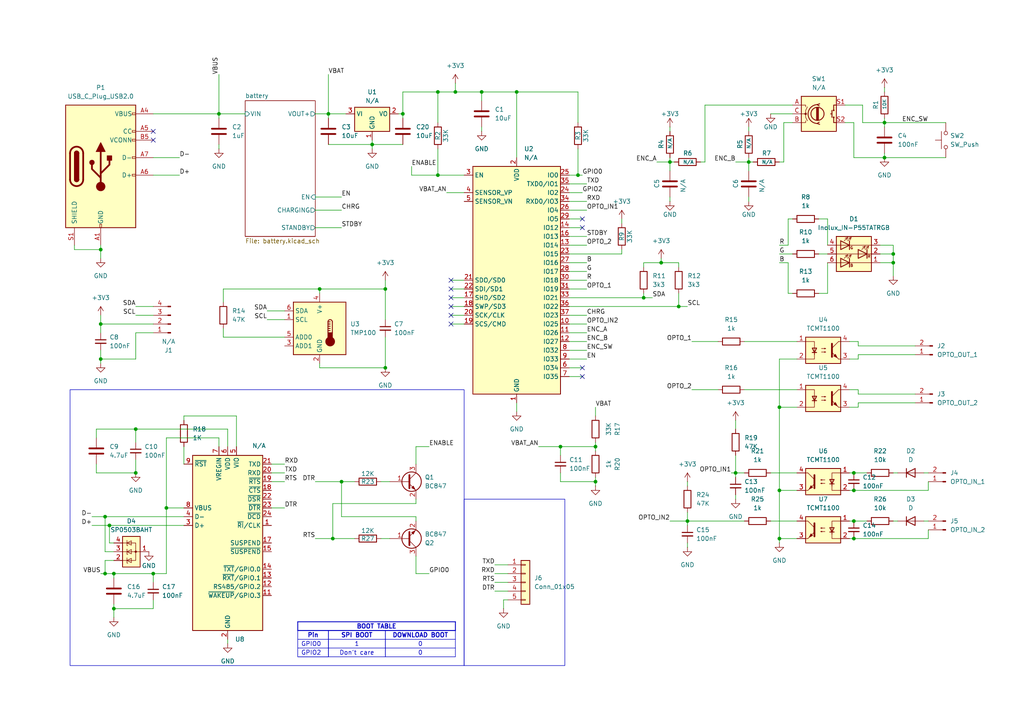
<source format=kicad_sch>
(kicad_sch (version 20250114) (generator "eeschema") (generator_version "9.0")
  (paper "A4")
  (lib_symbols
    (symbol "Connector:Conn_01x02_Pin" (pin_names (offset 1.016) (hide yes))
      (property "Reference" "J" (at 0 2.54 0))
      (property "Value" "Conn_01x02_Pin" (at 0 -5.08 0))
      (symbol "Conn_01x02_Pin_1_1"
        (pin passive line (at 5.08 0 180) (length 3.81) (name "Pin_1") (number "1"))
        (pin passive line (at 5.08 -2.54 180) (length 3.81) (name "Pin_2") (number "2"))
      )
    )
    (symbol "Connector:Conn_01x04_Pin" (pin_names (offset 1.016) (hide yes))
      (property "Reference" "J" (at 0 5.08 0))
      (property "Value" "Conn_01x04_Pin" (at 0 -7.62 0))
      (symbol "Conn_01x04_Pin_1_1"
        (pin passive line (at 5.08 2.54 180) (length 3.81) (name "Pin_1") (number "1"))
        (pin passive line (at 5.08 0 180) (length 3.81) (name "Pin_2") (number "2"))
        (pin passive line (at 5.08 -2.54 180) (length 3.81) (name "Pin_3") (number "3"))
        (pin passive line (at 5.08 -5.08 180) (length 3.81) (name "Pin_4") (number "4"))
      )
    )
    (symbol "Connector:USB_C_Plug_USB2.0" (pin_names (offset 1.016))
      (property "Reference" "P" (at -10.16 19.05 0))
      (property "Value" "USB_C_Plug_USB2.0" (at 12.7 19.05 0))
      (symbol "USB_C_Plug_USB2.0_1_1"
        (pin passive line (at -7.62 -22.86 90) (length 5.08) (name "SHIELD") (number "S1"))
        (pin passive line (at 0 -22.86 90) (length 5.08) (name "GND") (number "A1"))
        (pin passive line (at 0 -22.86 90) (length 5.08) (hide yes) (name "GND") (number "A12"))
        (pin passive line (at 0 -22.86 90) (length 5.08) (hide yes) (name "GND") (number "B1"))
        (pin passive line (at 0 -22.86 90) (length 5.08) (hide yes) (name "GND") (number "B12"))
        (pin passive line (at 15.24 15.24 180) (length 5.08) (name "VBUS") (number "A4"))
        (pin passive line (at 15.24 15.24 180) (length 5.08) (hide yes) (name "VBUS") (number "A9"))
        (pin passive line (at 15.24 15.24 180) (length 5.08) (hide yes) (name "VBUS") (number "B4"))
        (pin passive line (at 15.24 15.24 180) (length 5.08) (hide yes) (name "VBUS") (number "B9"))
        (pin bidirectional line (at 15.24 10.16 180) (length 5.08) (name "CC") (number "A5"))
        (pin bidirectional line (at 15.24 7.62 180) (length 5.08) (name "VCONN") (number "B5"))
        (pin bidirectional line (at 15.24 2.54 180) (length 5.08) (name "D-") (number "A7"))
        (pin bidirectional line (at 15.24 -2.54 180) (length 5.08) (name "D+") (number "A6"))
      )
    )
    (symbol "Connector_Generic:Conn_01x05" (pin_names (offset 1.016) (hide yes))
      (property "Reference" "J" (at 0 7.62 0))
      (property "Value" "Conn_01x05" (at 0 -7.62 0))
      (symbol "Conn_01x05_1_1"
        (pin passive line (at -5.08 5.08 0) (length 3.81) (name "Pin_1") (number "1"))
        (pin passive line (at -5.08 2.54 0) (length 3.81) (name "Pin_2") (number "2"))
        (pin passive line (at -5.08 0 0) (length 3.81) (name "Pin_3") (number "3"))
        (pin passive line (at -5.08 -2.54 0) (length 3.81) (name "Pin_4") (number "4"))
        (pin passive line (at -5.08 -5.08 0) (length 3.81) (name "Pin_5") (number "5"))
      )
    )
    (symbol "Device:C" (pin_numbers (hide yes)) (pin_names (offset 0.254))
      (property "Reference" "C" (at 0.635 2.54 0))
      (property "Value" "C" (at 0.635 -2.54 0))
      (symbol "C_1_1"
        (pin passive line (at 0 3.81 270) (length 2.794) (name "~") (number "1"))
        (pin passive line (at 0 -3.81 90) (length 2.794) (name "~") (number "2"))
      )
    )
    (symbol "Device:C_Small" (pin_numbers (hide yes)) (pin_names (offset 0.254) (hide yes))
      (property "Reference" "C" (at 0.254 1.778 0))
      (property "Value" "C_Small" (at 0.254 -2.032 0))
      (symbol "C_Small_1_1"
        (pin passive line (at 0 2.54 270) (length 2.032) (name "~") (number "1"))
        (pin passive line (at 0 -2.54 90) (length 2.032) (name "~") (number "2"))
      )
    )
    (symbol "Device:D" (pin_numbers (hide yes)) (pin_names (offset 1.016) (hide yes))
      (property "Reference" "D" (at 0 2.54 0))
      (property "Value" "D" (at 0 -2.54 0))
      (symbol "D_1_1"
        (pin passive line (at -3.81 0 0) (length 2.54) (name "K") (number "1"))
        (pin passive line (at 3.81 0 180) (length 2.54) (name "A") (number "2"))
      )
    )
    (symbol "Device:R" (pin_numbers (hide yes)) (pin_names (offset 0))
      (property "Reference" "R" (at 2.032 0 90))
      (property "Value" "R" (at 0 0 90))
      (symbol "R_1_1"
        (pin passive line (at 0 3.81 270) (length 1.27) (name "~") (number "1"))
        (pin passive line (at 0 -3.81 90) (length 1.27) (name "~") (number "2"))
      )
    )
    (symbol "Device:RotaryEncoder_Switch" (pin_names (offset 0.254) (hide yes))
      (property "Reference" "SW" (at 0 6.604 0))
      (property "Value" "RotaryEncoder_Switch" (at 0 -6.604 0))
      (symbol "RotaryEncoder_Switch_1_1"
        (pin passive line (at -7.62 2.54 0) (length 2.54) (name "A") (number "A"))
        (pin passive line (at -7.62 0 0) (length 2.54) (name "C") (number "C"))
        (pin passive line (at -7.62 -2.54 0) (length 2.54) (name "B") (number "B"))
        (pin passive line (at 7.62 2.54 180) (length 2.54) (name "S1") (number "S1"))
        (pin passive line (at 7.62 -2.54 180) (length 2.54) (name "S2") (number "S2"))
      )
    )
    (symbol "Interface_USB:CP2102N-Axx-xQFN24"
      (property "Reference" "U" (at -8.89 26.67 0))
      (property "Value" "CP2102N-Axx-xQFN24" (at 13.97 26.67 0))
      (symbol "CP2102N-Axx-xQFN24_1_1"
        (pin input line (at -12.7 22.86 0) (length 2.54) (name "~{RST}") (number "9"))
        (pin input line (at -12.7 10.16 0) (length 2.54) (name "VBUS") (number "8"))
        (pin bidirectional line (at -12.7 7.62 0) (length 2.54) (name "D-") (number "4"))
        (pin bidirectional line (at -12.7 5.08 0) (length 2.54) (name "D+") (number "3"))
        (pin no_connect line (at -10.16 -22.86 0) (length 2.54) (hide yes) (name "NC") (number "10"))
        (pin power_in line (at -2.54 27.94 270) (length 2.54) (name "VREGIN") (number "7"))
        (pin power_in line (at 0 27.94 270) (length 2.54) (name "VDD") (number "6"))
        (pin power_in line (at 0 -27.94 90) (length 2.54) (name "GND") (number "2"))
        (pin passive line (at 0 -27.94 90) (length 2.54) (hide yes) (name "GND") (number "25"))
        (pin power_in line (at 2.54 27.94 270) (length 2.54) (name "VIO") (number "5"))
        (pin no_connect line (at 10.16 -22.86 180) (length 2.54) (hide yes) (name "NC") (number "16"))
        (pin output line (at 12.7 22.86 180) (length 2.54) (name "TXD") (number "21"))
        (pin input line (at 12.7 20.32 180) (length 2.54) (name "RXD") (number "20"))
        (pin output line (at 12.7 17.78 180) (length 2.54) (name "~{RTS}") (number "19"))
        (pin input line (at 12.7 15.24 180) (length 2.54) (name "~{CTS}") (number "18"))
        (pin input line (at 12.7 12.7 180) (length 2.54) (name "~{DSR}") (number "22"))
        (pin output line (at 12.7 10.16 180) (length 2.54) (name "~{DTR}") (number "23"))
        (pin input line (at 12.7 7.62 180) (length 2.54) (name "~{DCD}") (number "24"))
        (pin bidirectional line (at 12.7 5.08 180) (length 2.54) (name "~{RI}/CLK") (number "1"))
        (pin output line (at 12.7 0 180) (length 2.54) (name "SUSPEND") (number "17"))
        (pin output line (at 12.7 -2.54 180) (length 2.54) (name "~{SUSPEND}") (number "15"))
        (pin bidirectional line (at 12.7 -7.62 180) (length 2.54) (name "~{TXT}/GPIO.0") (number "14"))
        (pin bidirectional line (at 12.7 -10.16 180) (length 2.54) (name "~{RXT}/GPIO.1") (number "13"))
        (pin bidirectional line (at 12.7 -12.7 180) (length 2.54) (name "RS485/GPIO.2") (number "12"))
        (pin bidirectional line (at 12.7 -15.24 180) (length 2.54) (name "~{WAKEUP}/GPIO.3") (number "11"))
      )
    )
    (symbol "Isolator:TCMT1100" (pin_names (offset 1.016))
      (property "Reference" "U" (at 0 5.08 0))
      (property "Value" "TCMT1100" (at 0 -5.08 0))
      (symbol "TCMT1100_1_1"
        (pin passive line (at -7.62 2.54 0) (length 2.54) (name "~") (number "1"))
        (pin passive line (at -7.62 -2.54 0) (length 2.54) (name "~") (number "2"))
        (pin passive line (at 7.62 2.54 180) (length 2.54) (name "~") (number "4"))
        (pin passive line (at 7.62 -2.54 180) (length 2.54) (name "~") (number "3"))
      )
    )
    (symbol "LED:Inolux_IN-P55TATRGB" (pin_names (hide yes))
      (property "Reference" "D" (at -5.08 6.35 0))
      (property "Value" "Inolux_IN-P55TATRGB" (at -5.08 -6.35 0))
      (symbol "Inolux_IN-P55TATRGB_0_0"
        (text "B" (at -0.635 -3.3274 0) (effects (font (size 0.762 0.762))))
      )
      (symbol "Inolux_IN-P55TATRGB_1_0"
        (text "G" (at -0.635 1.8034 0) (effects (font (size 0.762 0.762))))
        (text "R" (at 4.4196 -0.7112 0) (effects (font (size 0.762 0.762))))
      )
      (symbol "Inolux_IN-P55TATRGB_1_1"
        (pin passive line (at -7.62 2.54 0) (length 2.54) (name "AG") (number "4"))
        (pin passive line (at -7.62 0 0) (length 2.54) (name "AR") (number "5"))
        (pin passive line (at -7.62 -2.54 0) (length 2.54) (name "AB") (number "6"))
        (pin passive line (at 7.62 2.54 180) (length 2.54) (name "KG") (number "3"))
        (pin passive line (at 7.62 0 180) (length 2.54) (name "KR") (number "2"))
        (pin passive line (at 7.62 -2.54 180) (length 2.54) (name "KB") (number "1"))
      )
    )
    (symbol "Power_Protection:SP0503BAHT" (pin_names (hide yes))
      (property "Reference" "D" (at 5.715 2.54 0))
      (property "Value" "SP0503BAHT" (at 5.715 0.635 0))
      (symbol "SP0503BAHT_0_0"
        (pin passive line (at 0 -5.08 90) (length 2.54) (name "A") (number "1"))
      )
      (symbol "SP0503BAHT_1_1"
        (pin passive line (at -2.54 5.08 270) (length 2.54) (name "K") (number "2"))
        (pin passive line (at 0 5.08 270) (length 2.54) (name "K") (number "3"))
        (pin passive line (at 2.54 5.08 270) (length 2.54) (name "K") (number "4"))
      )
    )
    (symbol "RF_Module:ESP32-WROOM-32D"
      (property "Reference" "U" (at -12.7 34.29 0))
      (property "Value" "ESP32-WROOM-32D" (at 1.27 34.29 0))
      (symbol "ESP32-WROOM-32D_1_1"
        (pin input line (at -15.24 30.48 0) (length 2.54) (name "EN") (number "3"))
        (pin input line (at -15.24 25.4 0) (length 2.54) (name "SENSOR_VP") (number "4"))
        (pin input line (at -15.24 22.86 0) (length 2.54) (name "SENSOR_VN") (number "5"))
        (pin bidirectional line (at -15.24 0 0) (length 2.54) (name "SDO/SD0") (number "21"))
        (pin bidirectional line (at -15.24 -2.54 0) (length 2.54) (name "SDI/SD1") (number "22"))
        (pin bidirectional line (at -15.24 -5.08 0) (length 2.54) (name "SHD/SD2") (number "17"))
        (pin bidirectional line (at -15.24 -7.62 0) (length 2.54) (name "SWP/SD3") (number "18"))
        (pin bidirectional line (at -15.24 -10.16 0) (length 2.54) (name "SCK/CLK") (number "20"))
        (pin bidirectional line (at -15.24 -12.7 0) (length 2.54) (name "SCS/CMD") (number "19"))
        (pin no_connect line (at -12.7 -27.94 0) (length 2.54) (hide yes) (name "NC") (number "32"))
        (pin power_in line (at 0 35.56 270) (length 2.54) (name "VDD") (number "2"))
        (pin power_in line (at 0 -35.56 90) (length 2.54) (name "GND") (number "1"))
        (pin passive line (at 0 -35.56 90) (length 2.54) (hide yes) (name "GND") (number "15"))
        (pin passive line (at 0 -35.56 90) (length 2.54) (hide yes) (name "GND") (number "38"))
        (pin passive line (at 0 -35.56 90) (length 2.54) (hide yes) (name "GND") (number "39"))
        (pin bidirectional line (at 15.24 30.48 180) (length 2.54) (name "IO0") (number "25"))
        (pin bidirectional line (at 15.24 27.94 180) (length 2.54) (name "TXD0/IO1") (number "35"))
        (pin bidirectional line (at 15.24 25.4 180) (length 2.54) (name "IO2") (number "24"))
        (pin bidirectional line (at 15.24 22.86 180) (length 2.54) (name "RXD0/IO3") (number "34"))
        (pin bidirectional line (at 15.24 20.32 180) (length 2.54) (name "IO4") (number "26"))
        (pin bidirectional line (at 15.24 17.78 180) (length 2.54) (name "IO5") (number "29"))
        (pin bidirectional line (at 15.24 15.24 180) (length 2.54) (name "IO12") (number "14"))
        (pin bidirectional line (at 15.24 12.7 180) (length 2.54) (name "IO13") (number "16"))
        (pin bidirectional line (at 15.24 10.16 180) (length 2.54) (name "IO14") (number "13"))
        (pin bidirectional line (at 15.24 7.62 180) (length 2.54) (name "IO15") (number "23"))
        (pin bidirectional line (at 15.24 5.08 180) (length 2.54) (name "IO16") (number "27"))
        (pin bidirectional line (at 15.24 2.54 180) (length 2.54) (name "IO17") (number "28"))
        (pin bidirectional line (at 15.24 0 180) (length 2.54) (name "IO18") (number "30"))
        (pin bidirectional line (at 15.24 -2.54 180) (length 2.54) (name "IO19") (number "31"))
        (pin bidirectional line (at 15.24 -5.08 180) (length 2.54) (name "IO21") (number "33"))
        (pin bidirectional line (at 15.24 -7.62 180) (length 2.54) (name "IO22") (number "36"))
        (pin bidirectional line (at 15.24 -10.16 180) (length 2.54) (name "IO23") (number "37"))
        (pin bidirectional line (at 15.24 -12.7 180) (length 2.54) (name "IO25") (number "10"))
        (pin bidirectional line (at 15.24 -15.24 180) (length 2.54) (name "IO26") (number "11"))
        (pin bidirectional line (at 15.24 -17.78 180) (length 2.54) (name "IO27") (number "12"))
        (pin bidirectional line (at 15.24 -20.32 180) (length 2.54) (name "IO32") (number "8"))
        (pin bidirectional line (at 15.24 -22.86 180) (length 2.54) (name "IO33") (number "9"))
        (pin input line (at 15.24 -25.4 180) (length 2.54) (name "IO34") (number "6"))
        (pin input line (at 15.24 -27.94 180) (length 2.54) (name "IO35") (number "7"))
      )
    )
    (symbol "Regulator_Linear:AMS1117-3.3"
      (property "Reference" "U" (at -3.81 3.175 0))
      (property "Value" "AMS1117-3.3" (at 0 3.175 0))
      (symbol "AMS1117-3.3_1_1"
        (pin power_in line (at -7.62 0 0) (length 2.54) (name "VI") (number "3"))
        (pin power_in line (at 0 -7.62 90) (length 2.54) (name "GND") (number "1"))
        (pin power_out line (at 7.62 0 180) (length 2.54) (name "VO") (number "2"))
      )
    )
    (symbol "Sensor_Temperature:TMP100"
      (property "Reference" "U" (at 10.16 6.35 0))
      (property "Value" "TMP100" (at 12.7 3.81 0))
      (symbol "TMP100_1_1"
        (pin bidirectional line (at -10.16 5.08 0) (length 2.54) (name "SDA") (number "6"))
        (pin input line (at -10.16 2.54 0) (length 2.54) (name "SCL") (number "1"))
        (pin input line (at -10.16 -2.54 0) (length 2.54) (name "ADD0") (number "5"))
        (pin input line (at -10.16 -5.08 0) (length 2.54) (name "ADD1") (number "3"))
        (pin power_in line (at 0 10.16 270) (length 2.54) (name "V+") (number "4"))
        (pin power_in line (at 0 -10.16 90) (length 2.54) (name "GND") (number "2"))
      )
    )
    (symbol "Switch:SW_Push" (pin_numbers (hide yes)) (pin_names (offset 1.016) (hide yes))
      (property "Reference" "SW" (at 1.27 2.54 0))
      (property "Value" "SW_Push" (at 0 -1.524 0))
      (symbol "SW_Push_0_1"
        (pin passive line (at -5.08 0 0) (length 2.54) (name "1") (number "1"))
        (pin passive line (at 5.08 0 180) (length 2.54) (name "2") (number "2"))
      )
    )
    (symbol "Transistor_BJT:BC847" (pin_names (offset 0) (hide yes))
      (property "Reference" "Q" (at 5.08 1.905 0))
      (property "Value" "BC847" (at 5.08 0 0))
      (symbol "BC847_1_1"
        (pin input line (at -5.08 0 0) (length 5.715) (name "B") (number "1"))
        (pin passive line (at 2.54 5.08 270) (length 2.54) (name "C") (number "3"))
        (pin passive line (at 2.54 -5.08 90) (length 2.54) (name "E") (number "2"))
      )
    )
    (symbol "Yleinen_conv:C_0603" (pin_numbers (hide yes)) (pin_names (offset 0.254))
      (property "Reference" "C" (at 0.635 2.54 0))
      (property "Value" "C_0603" (at 0.635 -2.54 0))
      (symbol "C_0603_1_1"
        (pin passive line (at 0 3.81 270) (length 2.794) (name "~") (number "1"))
        (pin passive line (at 0 -3.81 90) (length 2.794) (name "~") (number "2"))
      )
    )
    (symbol "Yleinen_conv:R_0603" (pin_numbers (hide yes)) (pin_names (offset 0))
      (property "Reference" "R" (at 2.032 0 90))
      (property "Value" "R_0603" (at 0 0 90))
      (symbol "R_0603_1_1"
        (pin passive line (at 0 3.81 270) (length 1.27) (name "~") (number "1"))
        (pin passive line (at 0 -3.81 90) (length 1.27) (name "~") (number "2"))
      )
    )
    (symbol "power:+3V3" (power) (pin_numbers (hide yes)) (pin_names (offset 0) (hide yes))
      (property "Value" "+3V3" (at 0 3.556 0))
      (symbol "+3V3_1_1"
        (pin power_in line (at 0 0 90) (length 0) (name "~") (number "1"))
      )
    )
    (symbol "power:GND" (power) (pin_numbers (hide yes)) (pin_names (offset 0) (hide yes))
      (property "Value" "GND" (at 0 -3.81 0))
      (symbol "GND_1_1"
        (pin power_in line (at 0 0 270) (length 0) (name "~") (number "1"))
      )
    )
  )
  (rectangle (start 20.32 113.03) (end 134.62 193.04))
  (rectangle (start 134.62 144.78) (end 163.83 193.04))
  (junction (at 111.76 83.82))
  (junction (at 96.52 156.21))
  (junction (at 186.69 86.36))
  (junction (at 162.56 129.54))
  (junction (at 256.54 35.56))
  (junction (at 213.36 137.16))
  (junction (at 111.76 106.68))
  (junction (at 39.37 124.46))
  (junction (at 226.06 118.11))
  (junction (at 132.08 26.67))
  (junction (at 196.85 88.9))
  (junction (at 127 50.8))
  (junction (at 172.72 139.7))
  (junction (at 247.65 156.21))
  (junction (at 30.48 149.86))
  (junction (at 127 26.67))
  (junction (at 99.06 139.7))
  (junction (at 194.31 46.99))
  (junction (at 29.21 72.39))
  (junction (at 149.86 26.67))
  (junction (at 226.06 156.21))
  (junction (at 259.08 73.66))
  (junction (at 33.02 176.53))
  (junction (at 247.65 142.24))
  (junction (at 29.21 104.14))
  (junction (at 44.45 166.37))
  (junction (at 172.72 129.54))
  (junction (at 116.84 33.02))
  (junction (at 63.5 33.02))
  (junction (at 217.17 46.99))
  (junction (at 199.39 151.13))
  (junction (at 256.54 45.72))
  (junction (at 30.48 166.37))
  (junction (at 48.26 147.32))
  (junction (at 226.06 142.24))
  (junction (at 107.95 41.91))
  (junction (at 33.02 166.37))
  (junction (at 191.77 76.2))
  (junction (at 92.71 83.82))
  (junction (at 31.75 152.4))
  (junction (at 39.37 137.16))
  (junction (at 259.08 76.2))
  (junction (at 29.21 93.98))
  (junction (at 247.65 137.16))
  (junction (at 247.65 151.13))
  (junction (at 167.64 50.8))
  (junction (at 139.7 26.67))
  (junction (at 95.25 33.02))
  (no_connect (at 130.81 81.28))
  (no_connect (at 130.81 93.98))
  (no_connect (at 168.91 106.68))
  (no_connect (at 44.45 40.64))
  (no_connect (at 130.81 86.36))
  (no_connect (at 168.91 63.5))
  (no_connect (at 130.81 83.82))
  (no_connect (at 168.91 66.04))
  (no_connect (at 130.81 91.44))
  (no_connect (at 168.91 109.22))
  (no_connect (at 44.45 38.1))
  (no_connect (at 130.81 88.9))
  (wire (pts (xy 63.5 127) (xy 48.26 127)))
  (wire (pts (xy 165.1 88.9) (xy 196.85 88.9)))
  (wire (pts (xy 246.38 137.16) (xy 247.65 137.16)))
  (wire (pts (xy 165.1 60.96) (xy 170.18 60.96)))
  (wire (pts (xy 53.34 120.65) (xy 53.34 121.92)))
  (wire (pts (xy 29.21 93.98) (xy 29.21 96.52)))
  (wire (pts (xy 217.17 46.99) (xy 218.44 46.99)))
  (wire (pts (xy 39.37 133.35) (xy 39.37 137.16)))
  (wire (pts (xy 127 43.18) (xy 127 50.8)))
  (wire (pts (xy 246.38 142.24) (xy 247.65 142.24)))
  (wire (pts (xy 63.5 41.91) (xy 63.5 43.18)))
  (wire (pts (xy 226.06 118.11) (xy 231.14 118.11)))
  (wire (pts (xy 165.1 104.14) (xy 170.18 104.14)))
  (wire (pts (xy 248.92 100.33) (xy 248.92 99.06)))
  (wire (pts (xy 120.65 129.54) (xy 120.65 134.62)))
  (wire (pts (xy 199.39 151.13) (xy 199.39 152.4)))
  (wire (pts (xy 44.45 166.37) (xy 48.26 166.37)))
  (wire (pts (xy 33.02 166.37) (xy 44.45 166.37)))
  (wire (pts (xy 247.65 156.21) (xy 269.24 156.21)))
  (wire (pts (xy 107.95 41.91) (xy 116.84 41.91)))
  (wire (pts (xy 44.45 33.02) (xy 63.5 33.02)))
  (wire (pts (xy 156.21 129.54) (xy 162.56 129.54)))
  (wire (pts (xy 146.05 176.53) (xy 146.05 173.99)))
  (wire (pts (xy 92.71 106.68) (xy 111.76 106.68)))
  (wire (pts (xy 92.71 83.82) (xy 111.76 83.82)))
  (wire (pts (xy 127 26.67) (xy 127 35.56)))
  (wire (pts (xy 31.75 157.48) (xy 31.75 152.4)))
  (wire (pts (xy 246.38 104.14) (xy 248.92 104.14)))
  (wire (pts (xy 165.1 106.68) (xy 168.91 106.68)))
  (wire (pts (xy 120.65 144.78) (xy 120.65 146.05)))
  (wire (pts (xy 78.74 147.32) (xy 82.55 147.32)))
  (wire (pts (xy 172.72 139.7) (xy 172.72 140.97)))
  (wire (pts (xy 256.54 34.29) (xy 256.54 35.56)))
  (wire (pts (xy 82.55 92.71) (xy 77.47 92.71)))
  (wire (pts (xy 165.1 50.8) (xy 167.64 50.8)))
  (wire (pts (xy 165.1 55.88) (xy 168.91 55.88)))
  (wire (pts (xy 31.75 152.4) (xy 53.34 152.4)))
  (wire (pts (xy 199.39 151.13) (xy 199.39 148.59)))
  (wire (pts (xy 199.39 151.13) (xy 194.31 151.13)))
  (wire (pts (xy 250.19 35.56) (xy 256.54 35.56)))
  (wire (pts (xy 29.21 93.98) (xy 44.45 93.98)))
  (wire (pts (xy 63.5 33.02) (xy 63.5 34.29)))
  (wire (pts (xy 129.54 55.88) (xy 134.62 55.88)))
  (wire (pts (xy 186.69 86.36) (xy 189.23 86.36)))
  (wire (pts (xy 111.76 81.28) (xy 111.76 83.82)))
  (wire (pts (xy 116.84 33.02) (xy 116.84 34.29)))
  (wire (pts (xy 226.06 73.66) (xy 229.87 73.66)))
  (wire (pts (xy 240.03 63.5) (xy 240.03 71.12)))
  (wire (pts (xy 64.77 97.79) (xy 82.55 97.79)))
  (wire (pts (xy 199.39 151.13) (xy 215.9 151.13)))
  (wire (pts (xy 30.48 149.86) (xy 53.34 149.86)))
  (wire (pts (xy 259.08 71.12) (xy 259.08 73.66)))
  (wire (pts (xy 226.06 118.11) (xy 226.06 142.24)))
  (wire (pts (xy 226.06 46.99) (xy 227.33 46.99)))
  (wire (pts (xy 139.7 26.67) (xy 149.86 26.67)))
  (wire (pts (xy 194.31 45.72) (xy 194.31 46.99)))
  (wire (pts (xy 29.21 72.39) (xy 29.21 74.93)))
  (wire (pts (xy 247.65 35.56) (xy 247.65 45.72)))
  (wire (pts (xy 33.02 176.53) (xy 44.45 176.53)))
  (wire (pts (xy 231.14 142.24) (xy 226.06 142.24)))
  (wire (pts (xy 180.34 63.5) (xy 180.34 64.77)))
  (wire (pts (xy 256.54 35.56) (xy 256.54 36.83)))
  (wire (pts (xy 44.45 176.53) (xy 44.45 173.99)))
  (wire (pts (xy 165.1 76.2) (xy 170.18 76.2)))
  (wire (pts (xy 186.69 76.2) (xy 191.77 76.2)))
  (wire (pts (xy 259.08 73.66) (xy 259.08 76.2)))
  (wire (pts (xy 127 50.8) (xy 134.62 50.8)))
  (wire (pts (xy 223.52 33.02) (xy 229.87 33.02)))
  (wire (pts (xy 196.85 88.9) (xy 196.85 85.09)))
  (wire (pts (xy 259.08 151.13) (xy 260.35 151.13)))
  (wire (pts (xy 227.33 46.99) (xy 227.33 35.56)))
  (wire (pts (xy 213.36 46.99) (xy 217.17 46.99)))
  (wire (pts (xy 26.67 152.4) (xy 31.75 152.4)))
  (wire (pts (xy 255.27 71.12) (xy 259.08 71.12)))
  (wire (pts (xy 165.1 58.42) (xy 170.18 58.42)))
  (wire (pts (xy 78.74 137.16) (xy 82.55 137.16)))
  (wire (pts (xy 116.84 33.02) (xy 116.84 26.67)))
  (wire (pts (xy 149.86 26.67) (xy 149.86 45.72)))
  (wire (pts (xy 267.97 137.16) (xy 269.24 137.16)))
  (wire (pts (xy 165.1 73.66) (xy 180.34 73.66)))
  (wire (pts (xy 212.09 137.16) (xy 213.36 137.16)))
  (wire (pts (xy 139.7 36.83) (xy 139.7 38.1)))
  (wire (pts (xy 213.36 132.08) (xy 213.36 137.16)))
  (wire (pts (xy 33.02 166.37) (xy 33.02 167.64)))
  (wire (pts (xy 143.51 163.83) (xy 147.32 163.83)))
  (wire (pts (xy 48.26 147.32) (xy 53.34 147.32)))
  (wire (pts (xy 111.76 83.82) (xy 111.76 92.71)))
  (wire (pts (xy 203.2 46.99) (xy 204.47 46.99)))
  (wire (pts (xy 213.36 121.92) (xy 213.36 124.46)))
  (wire (pts (xy 228.6 63.5) (xy 228.6 71.12)))
  (wire (pts (xy 246.38 151.13) (xy 247.65 151.13)))
  (wire (pts (xy 91.44 57.15) (xy 99.06 57.15)))
  (wire (pts (xy 237.49 73.66) (xy 240.03 73.66)))
  (wire (pts (xy 91.44 139.7) (xy 99.06 139.7)))
  (wire (pts (xy 27.94 134.62) (xy 27.94 137.16)))
  (wire (pts (xy 48.26 166.37) (xy 48.26 147.32)))
  (wire (pts (xy 248.92 102.87) (xy 248.92 104.14)))
  (wire (pts (xy 186.69 77.47) (xy 186.69 76.2)))
  (wire (pts (xy 260.35 137.16) (xy 259.08 137.16)))
  (wire (pts (xy 200.66 99.06) (xy 208.28 99.06)))
  (wire (pts (xy 39.37 104.14) (xy 29.21 104.14)))
  (wire (pts (xy 162.56 129.54) (xy 172.72 129.54)))
  (wire (pts (xy 33.02 175.26) (xy 33.02 176.53)))
  (wire (pts (xy 170.18 96.52) (xy 165.1 96.52)))
  (wire (pts (xy 21.59 72.39) (xy 29.21 72.39)))
  (wire (pts (xy 134.62 81.28) (xy 130.81 81.28)))
  (wire (pts (xy 27.94 127) (xy 27.94 124.46)))
  (wire (pts (xy 204.47 46.99) (xy 204.47 30.48)))
  (wire (pts (xy 215.9 113.03) (xy 231.14 113.03)))
  (wire (pts (xy 250.19 30.48) (xy 245.11 30.48)))
  (wire (pts (xy 162.56 137.16) (xy 162.56 139.7)))
  (wire (pts (xy 30.48 166.37) (xy 33.02 166.37)))
  (wire (pts (xy 29.21 91.44) (xy 29.21 93.98)))
  (wire (pts (xy 63.5 33.02) (xy 71.12 33.02)))
  (wire (pts (xy 134.62 83.82) (xy 130.81 83.82)))
  (wire (pts (xy 165.1 68.58) (xy 170.18 68.58)))
  (wire (pts (xy 91.44 66.04) (xy 99.06 66.04)))
  (wire (pts (xy 165.1 109.22) (xy 168.91 109.22)))
  (wire (pts (xy 194.31 57.15) (xy 194.31 58.42)))
  (wire (pts (xy 99.06 139.7) (xy 102.87 139.7)))
  (wire (pts (xy 256.54 44.45) (xy 256.54 45.72)))
  (wire (pts (xy 120.65 129.54) (xy 124.46 129.54)))
  (wire (pts (xy 64.77 95.25) (xy 64.77 97.79)))
  (wire (pts (xy 27.94 137.16) (xy 39.37 137.16)))
  (wire (pts (xy 134.62 88.9) (xy 130.81 88.9)))
  (wire (pts (xy 255.27 76.2) (xy 259.08 76.2)))
  (wire (pts (xy 250.19 35.56) (xy 250.19 30.48)))
  (wire (pts (xy 78.74 134.62) (xy 82.55 134.62)))
  (wire (pts (xy 92.71 105.41) (xy 92.71 106.68)))
  (wire (pts (xy 110.49 156.21) (xy 113.03 156.21)))
  (wire (pts (xy 134.62 93.98) (xy 130.81 93.98)))
  (wire (pts (xy 95.25 33.02) (xy 95.25 34.29)))
  (wire (pts (xy 82.55 90.17) (xy 77.47 90.17)))
  (wire (pts (xy 247.65 142.24) (xy 269.24 142.24)))
  (wire (pts (xy 172.72 129.54) (xy 172.72 130.81)))
  (wire (pts (xy 139.7 26.67) (xy 139.7 29.21)))
  (wire (pts (xy 180.34 72.39) (xy 180.34 73.66)))
  (wire (pts (xy 91.44 156.21) (xy 96.52 156.21)))
  (wire (pts (xy 172.72 128.27) (xy 172.72 129.54)))
  (wire (pts (xy 217.17 36.83) (xy 217.17 38.1)))
  (wire (pts (xy 256.54 25.4) (xy 256.54 26.67)))
  (wire (pts (xy 96.52 146.05) (xy 96.52 156.21)))
  (wire (pts (xy 256.54 45.72) (xy 274.32 45.72)))
  (wire (pts (xy 248.92 102.87) (xy 265.43 102.87)))
  (wire (pts (xy 165.1 83.82) (xy 170.18 83.82)))
  (wire (pts (xy 186.69 86.36) (xy 186.69 85.09)))
  (wire (pts (xy 64.77 83.82) (xy 92.71 83.82)))
  (wire (pts (xy 194.31 46.99) (xy 195.58 46.99)))
  (wire (pts (xy 30.48 162.56) (xy 30.48 166.37)))
  (wire (pts (xy 39.37 128.27) (xy 39.37 124.46)))
  (wire (pts (xy 200.66 113.03) (xy 208.28 113.03)))
  (wire (pts (xy 248.92 116.84) (xy 248.92 118.11)))
  (wire (pts (xy 91.44 33.02) (xy 95.25 33.02)))
  (wire (pts (xy 29.21 104.14) (xy 29.21 105.41)))
  (wire (pts (xy 213.36 143.51) (xy 213.36 144.78)))
  (wire (pts (xy 68.58 120.65) (xy 68.58 129.54)))
  (wire (pts (xy 191.77 76.2) (xy 191.77 74.93)))
  (wire (pts (xy 228.6 76.2) (xy 226.06 76.2)))
  (wire (pts (xy 115.57 33.02) (xy 116.84 33.02)))
  (wire (pts (xy 132.08 24.13) (xy 132.08 26.67)))
  (wire (pts (xy 167.64 26.67) (xy 149.86 26.67)))
  (wire (pts (xy 132.08 26.67) (xy 139.7 26.67)))
  (wire (pts (xy 167.64 43.18) (xy 167.64 50.8)))
  (wire (pts (xy 44.45 91.44) (xy 39.37 91.44)))
  (wire (pts (xy 246.38 156.21) (xy 247.65 156.21)))
  (wire (pts (xy 78.74 139.7) (xy 82.55 139.7)))
  (wire (pts (xy 64.77 87.63) (xy 64.77 83.82)))
  (wire (pts (xy 228.6 85.09) (xy 228.6 76.2)))
  (wire (pts (xy 247.65 151.13) (xy 251.46 151.13)))
  (wire (pts (xy 30.48 160.02) (xy 30.48 149.86)))
  (wire (pts (xy 39.37 104.14) (xy 39.37 96.52)))
  (wire (pts (xy 248.92 100.33) (xy 265.43 100.33)))
  (wire (pts (xy 269.24 156.21) (xy 269.24 153.67)))
  (wire (pts (xy 99.06 149.86) (xy 99.06 139.7)))
  (wire (pts (xy 240.03 85.09) (xy 240.03 76.2)))
  (wire (pts (xy 120.65 166.37) (xy 124.46 166.37)))
  (wire (pts (xy 196.85 76.2) (xy 196.85 77.47)))
  (wire (pts (xy 196.85 88.9) (xy 199.39 88.9)))
  (wire (pts (xy 217.17 46.99) (xy 217.17 49.53)))
  (wire (pts (xy 217.17 45.72) (xy 217.17 46.99)))
  (wire (pts (xy 165.1 63.5) (xy 168.91 63.5)))
  (wire (pts (xy 223.52 137.16) (xy 231.14 137.16)))
  (wire (pts (xy 215.9 99.06) (xy 231.14 99.06)))
  (wire (pts (xy 134.62 86.36) (xy 130.81 86.36)))
  (wire (pts (xy 217.17 57.15) (xy 217.17 58.42)))
  (wire (pts (xy 213.36 137.16) (xy 215.9 137.16)))
  (wire (pts (xy 228.6 63.5) (xy 229.87 63.5)))
  (wire (pts (xy 170.18 91.44) (xy 165.1 91.44)))
  (wire (pts (xy 162.56 139.7) (xy 172.72 139.7)))
  (wire (pts (xy 48.26 127) (xy 48.26 147.32)))
  (wire (pts (xy 96.52 156.21) (xy 102.87 156.21)))
  (wire (pts (xy 39.37 124.46) (xy 66.04 124.46)))
  (wire (pts (xy 127 26.67) (xy 132.08 26.67)))
  (wire (pts (xy 226.06 156.21) (xy 231.14 156.21)))
  (wire (pts (xy 172.72 118.11) (xy 172.72 120.65)))
  (wire (pts (xy 228.6 71.12) (xy 226.06 71.12)))
  (wire (pts (xy 255.27 73.66) (xy 259.08 73.66)))
  (wire (pts (xy 134.62 91.44) (xy 130.81 91.44)))
  (wire (pts (xy 227.33 35.56) (xy 229.87 35.56)))
  (wire (pts (xy 44.45 166.37) (xy 44.45 168.91)))
  (wire (pts (xy 33.02 162.56) (xy 30.48 162.56)))
  (wire (pts (xy 63.5 21.59) (xy 63.5 33.02)))
  (wire (pts (xy 92.71 85.09) (xy 92.71 83.82)))
  (wire (pts (xy 165.1 71.12) (xy 170.18 71.12)))
  (wire (pts (xy 165.1 78.74) (xy 170.18 78.74)))
  (wire (pts (xy 165.1 99.06) (xy 170.18 99.06)))
  (wire (pts (xy 199.39 139.7) (xy 199.39 140.97)))
  (wire (pts (xy 165.1 81.28) (xy 170.18 81.28)))
  (wire (pts (xy 237.49 85.09) (xy 240.03 85.09)))
  (wire (pts (xy 172.72 138.43) (xy 172.72 139.7)))
  (wire (pts (xy 33.02 160.02) (xy 30.48 160.02)))
  (wire (pts (xy 119.38 48.26) (xy 119.38 50.8)))
  (wire (pts (xy 95.25 41.91) (xy 107.95 41.91)))
  (wire (pts (xy 247.65 137.16) (xy 251.46 137.16)))
  (wire (pts (xy 247.65 45.72) (xy 256.54 45.72)))
  (wire (pts (xy 44.45 88.9) (xy 39.37 88.9)))
  (wire (pts (xy 95.25 21.59) (xy 95.25 33.02)))
  (wire (pts (xy 226.06 104.14) (xy 226.06 118.11)))
  (wire (pts (xy 194.31 46.99) (xy 194.31 49.53)))
  (wire (pts (xy 21.59 71.12) (xy 21.59 72.39)))
  (wire (pts (xy 29.21 71.12) (xy 29.21 72.39)))
  (wire (pts (xy 29.21 166.37) (xy 30.48 166.37)))
  (wire (pts (xy 199.39 157.48) (xy 199.39 158.75)))
  (wire (pts (xy 33.02 157.48) (xy 31.75 157.48)))
  (wire (pts (xy 167.64 50.8) (xy 168.91 50.8)))
  (wire (pts (xy 165.1 66.04) (xy 168.91 66.04)))
  (wire (pts (xy 44.45 45.72) (xy 52.07 45.72)))
  (wire (pts (xy 44.45 50.8) (xy 52.07 50.8)))
  (wire (pts (xy 143.51 168.91) (xy 147.32 168.91)))
  (wire (pts (xy 259.08 76.2) (xy 259.08 80.01)))
  (wire (pts (xy 26.67 149.86) (xy 30.48 149.86)))
  (wire (pts (xy 149.86 116.84) (xy 149.86 119.38)))
  (wire (pts (xy 204.47 30.48) (xy 229.87 30.48)))
  (wire (pts (xy 111.76 97.79) (xy 111.76 106.68)))
  (wire (pts (xy 66.04 186.69) (xy 66.04 185.42)))
  (wire (pts (xy 110.49 139.7) (xy 113.03 139.7)))
  (wire (pts (xy 66.04 124.46) (xy 66.04 129.54)))
  (wire (pts (xy 194.31 36.83) (xy 194.31 38.1)))
  (wire (pts (xy 116.84 26.67) (xy 127 26.67)))
  (wire (pts (xy 256.54 35.56) (xy 274.32 35.56)))
  (wire (pts (xy 120.65 151.13) (xy 120.65 149.86)))
  (wire (pts (xy 120.65 146.05) (xy 96.52 146.05)))
  (wire (pts (xy 248.92 116.84) (xy 265.43 116.84)))
  (wire (pts (xy 165.1 101.6) (xy 170.18 101.6)))
  (wire (pts (xy 143.51 166.37) (xy 147.32 166.37)))
  (wire (pts (xy 223.52 151.13) (xy 231.14 151.13)))
  (wire (pts (xy 165.1 53.34) (xy 170.18 53.34)))
  (wire (pts (xy 248.92 114.3) (xy 248.92 113.03)))
  (wire (pts (xy 213.36 137.16) (xy 213.36 138.43)))
  (wire (pts (xy 44.45 96.52) (xy 39.37 96.52)))
  (wire (pts (xy 248.92 114.3) (xy 265.43 114.3)))
  (wire (pts (xy 95.25 33.02) (xy 100.33 33.02)))
  (wire (pts (xy 191.77 76.2) (xy 196.85 76.2)))
  (wire (pts (xy 269.24 151.13) (xy 267.97 151.13)))
  (wire (pts (xy 165.1 86.36) (xy 186.69 86.36)))
  (wire (pts (xy 170.18 93.98) (xy 165.1 93.98)))
  (wire (pts (xy 143.51 171.45) (xy 147.32 171.45)))
  (wire (pts (xy 246.38 118.11) (xy 248.92 118.11)))
  (wire (pts (xy 53.34 120.65) (xy 68.58 120.65)))
  (wire (pts (xy 107.95 40.64) (xy 107.95 41.91)))
  (wire (pts (xy 237.49 63.5) (xy 240.03 63.5)))
  (wire (pts (xy 228.6 85.09) (xy 229.87 85.09)))
  (wire (pts (xy 107.95 41.91) (xy 107.95 43.18)))
  (wire (pts (xy 162.56 129.54) (xy 162.56 132.08)))
  (wire (pts (xy 246.38 113.03) (xy 248.92 113.03)))
  (wire (pts (xy 226.06 156.21) (xy 226.06 157.48)))
  (wire (pts (xy 53.34 129.54) (xy 53.34 134.62)))
  (wire (pts (xy 29.21 101.6) (xy 29.21 104.14)))
  (wire (pts (xy 120.65 149.86) (xy 99.06 149.86)))
  (wire (pts (xy 245.11 35.56) (xy 247.65 35.56)))
  (wire (pts (xy 246.38 99.06) (xy 248.92 99.06)))
  (wire (pts (xy 33.02 176.53) (xy 33.02 179.07)))
  (wire (pts (xy 63.5 129.54) (xy 63.5 127)))
  (wire (pts (xy 146.05 173.99) (xy 147.32 173.99)))
  (wire (pts (xy 269.24 142.24) (xy 269.24 139.7)))
  (wire (pts (xy 120.65 161.29) (xy 120.65 166.37)))
  (wire (pts (xy 226.06 104.14) (xy 231.14 104.14)))
  (wire (pts (xy 226.06 142.24) (xy 226.06 156.21)))
  (wire (pts (xy 167.64 35.56) (xy 167.64 26.67)))
  (wire (pts (xy 127 50.8) (xy 119.38 50.8)))
  (wire (pts (xy 91.44 60.96) (xy 99.06 60.96)))
  (wire (pts (xy 190.5 46.99) (xy 194.31 46.99)))
  (wire (pts (xy 27.94 124.46) (xy 39.37 124.46)))
  (table (column_count 1) (border (external yes) (header yes)) (separators (rows yes) (cols yes)) (column_widths 8.89) (row_heights 2.54 2.54 2.54 0) (cells (table_cell "Pin" (at 86.36 182.88 0) (size 8.89 2.54) (margins 0.9525 0.9525 0.9525 0.9525) (span 1 1)) (table_cell "GPIO0" (at 86.36 185.42 0) (size 8.89 2.54) (margins 0.9525 0.9525 0.9525 0.9525) (span 1 1)) (table_cell "GPIO2" (at 86.36 187.96 0) (size 8.89 2.54) (margins 0.9525 0.9525 0.9525 0.9525) (span 1 1)) (table_cell "" (at 86.36 190.5 0) (size 8.89 0) (margins 0.9525 0.9525 0.9525 0.9525) (span 1 1))))
  (table (column_count 1) (border (external yes) (header yes)) (separators (rows yes) (cols yes)) (column_widths 45.72) (row_heights 2.54) (cells (table_cell "BOOT TABLE" (at 86.36 180.34 0) (size 45.72 2.54) (margins 0.9525 0.9525 0.9525 0.9525) (span 1 1))))
  (table (column_count 1) (border (external yes) (header yes)) (separators (rows yes) (cols yes)) (column_widths 16.51) (row_heights 2.54 2.54 2.54) (cells (table_cell "SPI BOOT" (at 95.25 182.88 0) (size 16.51 2.54) (margins 0.9525 0.9525 0.9525 0.9525) (span 1 1)) (table_cell "1" (at 95.25 185.42 0) (size 16.51 2.54) (margins 0.9525 0.9525 0.9525 0.9525) (span 1 1)) (table_cell "Don't care" (at 95.25 187.96 0) (size 16.51 2.54) (margins 0.9525 0.9525 0.9525 0.9525) (span 1 1))))
  (table (column_count 1) (border (external yes) (header yes)) (separators (rows yes) (cols yes)) (column_widths 20.32) (row_heights 2.54 2.54 2.54) (cells (table_cell "DOWNLOAD BOOT" (at 111.76 182.88 0) (size 20.32 2.54) (margins 0.9525 0.9525 0.9525 0.9525) (span 1 1)) (table_cell "0" (at 111.76 185.42 0) (size 20.32 2.54) (margins 0.9525 0.9525 0.9525 0.9525) (span 1 1)) (table_cell "0" (at 111.76 187.96 0) (size 20.32 2.54) (margins 0.9525 0.9525 0.9525 0.9525) (span 1 1))))
  (label "EN" (at 170.18 104.14 0))
  (label "SCL" (at 39.37 91.44 180))
  (label "OPTO_1" (at 200.66 99.06 180))
  (label "RTS" (at 82.55 139.7 0))
  (label "D-" (at 26.67 149.86 180))
  (label "ENC_SW" (at 261.62 35.56 0))
  (label "ENABLE" (at 119.38 48.26 0))
  (label "SCL" (at 199.39 88.9 0))
  (label "TXD" (at 170.18 53.34 0))
  (label "VBAT_AN" (at 156.21 129.54 180))
  (label "EN" (at 99.06 57.15 0))
  (label "DTR" (at 143.51 171.45 180))
  (label "RTS" (at 143.51 168.91 180))
  (label "R" (at 170.18 81.28 0))
  (label "DTR" (at 82.55 147.32 0))
  (label "D-" (at 52.07 45.72 0))
  (label "GPIO2" (at 168.91 55.88 0))
  (label "G" (at 170.18 78.74 0))
  (label "ENC_B" (at 213.36 46.99 180))
  (label "ENC_B" (at 170.18 99.06 0))
  (label "B" (at 226.06 76.2 0))
  (label "OPTO_IN2" (at 194.31 151.13 180))
  (label "OPTO_2" (at 200.66 113.03 180))
  (label "ENC_SW" (at 170.18 101.6 0))
  (label "OPTO_IN1" (at 170.18 60.96 0))
  (label "RXD" (at 143.51 166.37 180))
  (label "RXD" (at 82.55 134.62 0))
  (label "VBUS" (at 63.5 21.59 90))
  (label "ENC_A" (at 170.18 96.52 0))
  (label "OPTO_2" (at 170.18 71.12 0))
  (label "D+" (at 52.07 50.8 0))
  (label "SDA" (at 77.47 90.17 180))
  (label "GPIO0" (at 124.46 166.37 0))
  (label "TXD" (at 82.55 137.16 0))
  (label "OPTO_1" (at 170.18 83.82 0))
  (label "STDBY" (at 99.06 66.04 0))
  (label "SDA" (at 189.23 86.36 0))
  (label "TXD" (at 143.51 163.83 180))
  (label "CHRG" (at 170.18 91.44 0))
  (label "ENC_A" (at 190.5 46.99 180))
  (label "VBAT" (at 95.25 21.59 0))
  (label "DTR" (at 91.44 139.7 180))
  (label "B" (at 170.18 76.2 0))
  (label "VBAT_AN" (at 129.54 55.88 180))
  (label "RTS" (at 91.44 156.21 180))
  (label "VBUS" (at 29.21 166.37 180))
  (label "OPTO_IN1" (at 212.09 137.16 180))
  (label "OPTO_IN2" (at 170.18 93.98 0))
  (label "STDBY" (at 170.18 68.58 0))
  (label "G" (at 226.06 73.66 0))
  (label "GPIO0" (at 168.91 50.8 0))
  (label "CHRG" (at 99.06 60.96 0))
  (label "RXD" (at 170.18 58.42 0))
  (label "R" (at 226.06 71.12 0))
  (label "ENABLE" (at 124.46 129.54 0))
  (label "D+" (at 26.67 152.4 180))
  (label "SDA" (at 39.37 88.9 180))
  (label "SCL" (at 77.47 92.71 180))
  (label "VBAT" (at 172.72 118.11 0))
  (symbol (lib_id "Transistor_BJT:BC847") (at 118.11 156.21 0) (mirror x) (unit 1)
    (property "Reference" "Q2" (at 123.19 157.4801 0) (effects (justify left)))
    (property "Value" "BC847" (at 123.19 154.9401 0) (effects (justify left)))
    (property "Footprint" "Package_TO_SOT_SMD:SOT-23" (effects (hide yes)))
    (property "Datasheet" "http://www.infineon.com/dgdl/Infineon-BC847SERIES_BC848SERIES_BC849SERIES_BC850SERIES-DS-v01_01-en.pdf?fileId=db3a304314dca389011541d4630a1657" (effects (hide yes)))
    (property "Description" "0.1A Ic, 45V Vce, NPN Transistor, SOT-23" (effects (hide yes)))
  )
  (symbol (lib_id "Isolator:TCMT1100") (at 238.76 115.57 0) (unit 1)
    (property "Reference" "U5" (at 238.76 106.68 0))
    (property "Value" "TCMT1100" (at 238.76 109.22 0))
    (property "Footprint" "Package_SO:SOP-4_4.4x2.6mm_P1.27mm" (effects (hide yes)))
    (property "Datasheet" "http://www.vishay.com/docs/83510/tcmt1100.pdf" (effects (hide yes)))
    (property "Description" "Optocoupler, Vce 70V, CTR 50-600%, Viso 3750V (RMS), SOP-4" (effects (hide yes)))
  )
  (symbol (lib_id "Power_Protection:SP0503BAHT") (at 38.1 160.02 90) (unit 1)
    (property "Reference" "D4" (at 38.1 151.13 90))
    (property "Value" "SP0503BAHT" (at 38.1 153.67 90))
    (property "Footprint" "Package_TO_SOT_SMD:SOT-143" (effects (hide yes)))
    (property "Datasheet" "http://www.littelfuse.com/~/media/files/littelfuse/technical%20resources/documents/data%20sheets/sp05xxba.pdf" (effects (hide yes)))
    (property "Description" "TVS Diode Array, 5.5V Standoff, 3 Channels, SOT-143 package" (effects (hide yes)))
  )
  (symbol (lib_id "Device:R") (at 219.71 151.13 270) (unit 1)
    (property "Reference" "R25" (at 219.71 144.78 90))
    (property "Value" "1k" (at 219.71 147.32 90))
    (property "Footprint" "Resistor_SMD:R_0603_1608Metric" (effects (hide yes)))
    (property "Description" "Resistor" (effects (hide yes)))
  )
  (symbol (lib_id "Device:C") (at 27.94 130.81 180) (unit 1)
    (property "Reference" "C9" (at 31.75 129.5399 0) (effects (justify right)))
    (property "Value" "4.7uF" (at 31.75 132.0799 0) (effects (justify right)))
    (property "Footprint" "Capacitor_SMD:C_0603_1608Metric" (effects (hide yes)))
    (property "Description" "Unpolarized capacitor" (effects (hide yes)))
  )
  (symbol (lib_id "Device:R") (at 233.68 85.09 90) (unit 1)
    (property "Reference" "R13" (at 233.68 78.74 90))
    (property "Value" "1k" (at 233.68 81.28 90))
    (property "Footprint" "Resistor_SMD:R_0603_1608Metric" (effects (hide yes)))
    (property "Description" "Resistor" (effects (hide yes)))
  )
  (symbol (lib_id "power:+3V3") (at 199.39 139.7 0) (unit 1)
    (property "Reference" "#PWR023" (effects (hide yes)))
    (property "Value" "+3V3" (at 199.39 134.62 0))
    (property "Description" "Power symbol creates a global label with name \"+3V3\"" (effects (hide yes)))
  )
  (symbol (lib_id "power:+3V3") (at 132.08 24.13 0) (unit 1)
    (property "Reference" "#PWR01" (effects (hide yes)))
    (property "Value" "+3V3" (at 132.08 19.05 0))
    (property "Description" "Power symbol creates a global label with name \"+3V3\"" (effects (hide yes)))
  )
  (symbol (lib_id "Device:C") (at 116.84 38.1 180) (unit 1)
    (property "Reference" "C20" (at 120.65 36.8299 0) (effects (justify right)))
    (property "Value" "10uF" (at 120.65 39.3699 0) (effects (justify right)))
    (property "Footprint" "Capacitor_SMD:C_0603_1608Metric" (effects (hide yes)))
    (property "Description" "Unpolarized capacitor" (effects (hide yes)))
  )
  (symbol (lib_id "Device:R") (at 212.09 99.06 90) (unit 1)
    (property "Reference" "R15" (at 212.09 92.71 90))
    (property "Value" "1k" (at 212.09 95.25 90))
    (property "Footprint" "Resistor_SMD:R_0603_1608Metric" (effects (hide yes)))
    (property "Description" "Resistor" (effects (hide yes)))
  )
  (symbol (lib_id "power:+3V3") (at 194.31 36.83 0) (unit 1)
    (property "Reference" "#PWR04" (effects (hide yes)))
    (property "Value" "+3V3" (at 194.31 33.02 0))
  )
  (symbol (lib_id "power:+3V3") (at 256.54 25.4 0) (unit 1)
    (property "Reference" "#PWR02" (effects (hide yes)))
    (property "Value" "+3V3" (at 256.54 20.32 0))
  )
  (symbol (lib_id "power:+3V3") (at 180.34 63.5 0) (unit 1)
    (property "Reference" "#PWR012" (effects (hide yes)))
    (property "Value" "+3V3" (at 180.34 58.42 0))
    (property "Description" "Power symbol creates a global label with name \"+3V3\"" (effects (hide yes)))
  )
  (symbol (lib_id "Device:R") (at 127 39.37 0) (unit 1)
    (property "Reference" "R2" (at 127 39.37 90))
    (property "Value" "33K" (at 129.286 39.37 90))
    (property "Footprint" "Resistor_SMD:R_0603_1608Metric" (effects (hide yes)))
    (property "Description" "Resistor" (effects (hide yes)))
  )
  (symbol (lib_id "power:+3V3") (at 217.17 36.83 0) (unit 1)
    (property "Reference" "#PWR05" (effects (hide yes)))
    (property "Value" "+3V3" (at 217.17 33.02 0))
  )
  (symbol (lib_id "Device:D") (at 264.16 151.13 0) (unit 1)
    (property "Reference" "D3" (at 264.16 144.78 0))
    (property "Value" "D" (at 264.16 147.32 0))
    (property "Footprint" "Diode_SMD:D_SOD-123" (effects (hide yes)))
    (property "Description" "Diode" (effects (hide yes)))
    (property "Sim.Device" "D" (effects (hide yes)))
    (property "Sim.Pins" "1=K 2=A" (effects (hide yes)))
  )
  (symbol (lib_id "Device:R") (at 255.27 151.13 270) (unit 1)
    (property "Reference" "R26" (at 255.27 144.78 90))
    (property "Value" "10k" (at 255.27 147.32 90))
    (property "Footprint" "Resistor_SMD:R_0603_1608Metric" (effects (hide yes)))
    (property "Description" "Resistor" (effects (hide yes)))
  )
  (symbol (lib_id "Device:R") (at 255.27 137.16 270) (unit 1)
    (property "Reference" "R22" (at 255.27 130.81 90))
    (property "Value" "10k" (at 255.27 133.35 90))
    (property "Footprint" "Resistor_SMD:R_0603_1608Metric" (effects (hide yes)))
    (property "Description" "Resistor" (effects (hide yes)))
  )
  (symbol (lib_id "power:GND") (at 256.54 45.72 0) (unit 1)
    (property "Reference" "#PWR09" (effects (hide yes)))
    (property "Value" "GND" (at 256.54 50.8 0))
  )
  (symbol (lib_id "Device:R") (at 64.77 91.44 180) (unit 1)
    (property "Reference" "R14" (at 67.31 90.1699 0) (effects (justify right)))
    (property "Value" "47K" (at 67.31 92.7099 0) (effects (justify right)))
    (property "Footprint" "Resistor_SMD:R_0603_1608Metric" (effects (hide yes)))
    (property "Description" "Resistor" (effects (hide yes)))
  )
  (symbol (lib_id "Device:C_Small") (at 39.37 130.81 0) (unit 1)
    (property "Reference" "C10" (at 41.91 129.5462 0) (effects (justify left)))
    (property "Value" "100nF" (at 41.91 132.0862 0) (effects (justify left)))
    (property "Footprint" "Capacitor_SMD:C_0603_1608Metric" (effects (hide yes)))
    (property "Description" "Unpolarized capacitor, small symbol" (effects (hide yes)))
  )
  (symbol (lib_id "power:GND") (at 63.5 43.18 0) (unit 1)
    (property "Reference" "#PWR07" (effects (hide yes)))
    (property "Value" "GND" (at 63.5 48.26 0))
    (property "Description" "Power symbol creates a global label with name \"GND\" , ground" (effects (hide yes)))
  )
  (symbol (lib_id "Yleinen_conv:R_0603") (at 217.17 41.91 0) (unit 1)
    (property "Reference" "R5" (at 214.63 43.18 90) (effects (justify left)))
    (property "Value" "N/A" (at 217.17 43.18 90) (effects (font (size 0.9906 0.9906)) (justify left)))
    (property "Footprint" "Resistor_SMD:R_0603_1608Metric" (effects (hide yes)))
  )
  (symbol (lib_id "power:GND") (at 194.31 58.42 0) (unit 1)
    (property "Reference" "#PWR010" (effects (hide yes)))
    (property "Value" "GND" (at 194.31 62.23 0))
  )
  (symbol (lib_id "power:GND") (at 33.02 179.07 0) (unit 1)
    (property "Reference" "#PWR031" (effects (hide yes)))
    (property "Value" "GND" (at 33.02 184.15 0))
    (property "Description" "Power symbol creates a global label with name \"GND\" , ground" (effects (hide yes)))
  )
  (symbol (lib_id "Connector:Conn_01x02_Pin") (at 270.51 102.87 180) (unit 1)
    (property "Reference" "J2" (at 271.78 100.3299 0) (effects (justify right)))
    (property "Value" "OPTO_OUT_1" (at 271.78 102.8699 0) (effects (justify right)))
    (property "Footprint" "Connector_Phoenix_MC:PhoenixContact_MCV_1,5_2-G-3.5_1x02_P3.50mm_Vertical" (effects (hide yes)))
    (property "Description" "Generic connector, single row, 01x02, script generated" (effects (hide yes)))
  )
  (symbol (lib_id "power:GND") (at 217.17 58.42 0) (unit 1)
    (property "Reference" "#PWR011" (effects (hide yes)))
    (property "Value" "GND" (at 217.17 62.23 0))
  )
  (symbol (lib_id "power:GND") (at 223.52 33.02 0) (unit 1)
    (property "Reference" "#PWR03" (effects (hide yes)))
    (property "Value" "GND" (at 223.52 36.83 0))
  )
  (symbol (lib_id "Device:R") (at 106.68 139.7 90) (unit 1)
    (property "Reference" "R23" (at 106.68 139.7 90))
    (property "Value" "12K" (at 106.68 137.414 90))
    (property "Footprint" "Resistor_SMD:R_0603_1608Metric" (effects (hide yes)))
    (property "Description" "Resistor" (effects (hide yes)))
  )
  (symbol (lib_id "Device:C_Small") (at 29.21 99.06 0) (unit 1)
    (property "Reference" "C8" (at 31.75 97.7962 0) (effects (justify left)))
    (property "Value" "100nF" (at 31.75 100.3362 0) (effects (justify left)))
    (property "Footprint" "Capacitor_SMD:C_0603_1608Metric" (effects (hide yes)))
    (property "Description" "Unpolarized capacitor, small symbol" (effects (hide yes)))
  )
  (symbol (lib_id "power:+3V3") (at 191.77 74.93 0) (unit 1)
    (property "Reference" "#PWR014" (effects (hide yes)))
    (property "Value" "+3V3" (at 191.77 69.85 0))
    (property "Description" "Power symbol creates a global label with name \"+3V3\"" (effects (hide yes)))
  )
  (symbol (lib_id "Connector:Conn_01x04_Pin") (at 49.53 93.98 180) (unit 1)
    (property "Reference" "J1" (at 48.895 101.6 0))
    (property "Value" "N/A" (at 48.895 99.06 0))
    (property "Footprint" "Connector_PinHeader_2.54mm:PinHeader_1x04_P2.54mm_Vertical" (effects (hide yes)))
    (property "Description" "Generic connector, single row, 01x04, script generated" (effects (hide yes)))
  )
  (symbol (lib_id "Device:R") (at 212.09 113.03 90) (unit 1)
    (property "Reference" "R16" (at 212.09 106.68 90))
    (property "Value" "1k" (at 212.09 109.22 90))
    (property "Footprint" "Resistor_SMD:R_0603_1608Metric" (effects (hide yes)))
    (property "Description" "Resistor" (effects (hide yes)))
  )
  (symbol (lib_id "power:GND") (at 111.76 106.68 0) (unit 1)
    (property "Reference" "#PWR019" (effects (hide yes)))
    (property "Value" "GND" (at 111.76 111.76 0))
    (property "Description" "Power symbol creates a global label with name \"GND\" , ground" (effects (hide yes)))
  )
  (symbol (lib_id "Device:C") (at 33.02 171.45 180) (unit 1)
    (property "Reference" "C16" (at 36.83 170.1799 0) (effects (justify right)))
    (property "Value" "4.7uF" (at 36.83 172.7199 0) (effects (justify right)))
    (property "Footprint" "Capacitor_SMD:C_0603_1608Metric" (effects (hide yes)))
    (property "Description" "Unpolarized capacitor" (effects (hide yes)))
  )
  (symbol (lib_id "Connector:USB_C_Plug_USB2.0") (at 29.21 48.26 0) (unit 1)
    (property "Reference" "P1" (at 29.21 25.4 0))
    (property "Value" "USB_C_Plug_USB2.0" (at 29.21 27.94 0))
    (property "Footprint" "Connector_USB:USB_C_Receptacle_GCT_USB4105-xx-A_16P_TopMnt_Horizontal" (effects (hide yes)))
    (property "Datasheet" "https://www.usb.org/sites/default/files/documents/usb_type-c.zip" (effects (hide yes)))
    (property "Description" "USB 2.0-only Type-C Plug connector" (effects (hide yes)))
  )
  (symbol (lib_id "Connector:Conn_01x02_Pin") (at 274.32 153.67 180) (unit 1)
    (property "Reference" "J5" (at 275.59 151.1299 0) (effects (justify right)))
    (property "Value" "OPTO_IN_2" (at 275.59 153.6699 0) (effects (justify right)))
    (property "Footprint" "Connector_Phoenix_MC:PhoenixContact_MCV_1,5_2-G-3.5_1x02_P3.50mm_Vertical" (effects (hide yes)))
    (property "Description" "Generic connector, single row, 01x02, script generated" (effects (hide yes)))
  )
  (symbol (lib_id "power:GND") (at 226.06 157.48 0) (unit 1)
    (property "Reference" "#PWR027" (effects (hide yes)))
    (property "Value" "GND" (at 226.06 162.56 0))
    (property "Description" "Power symbol creates a global label with name \"GND\" , ground" (effects (hide yes)))
  )
  (symbol (lib_id "power:+3V3") (at 213.36 121.92 0) (unit 1)
    (property "Reference" "#PWR021" (effects (hide yes)))
    (property "Value" "+3V3" (at 213.36 116.84 0))
    (property "Description" "Power symbol creates a global label with name \"+3V3\"" (effects (hide yes)))
  )
  (symbol (lib_id "power:GND") (at 29.21 105.41 0) (unit 1)
    (property "Reference" "#PWR018" (effects (hide yes)))
    (property "Value" "GND" (at 29.21 110.49 0))
    (property "Description" "Power symbol creates a global label with name \"GND\" , ground" (effects (hide yes)))
  )
  (symbol (lib_id "RF_Module:ESP32-WROOM-32D") (at 149.86 81.28 0) (unit 1)
    (property "Reference" "U2" (at 152.0033 43.18 0) (effects (justify left)))
    (property "Value" "N/A" (at 152.0033 45.72 0) (effects (justify left)))
    (property "Footprint" "RF_Module:ESP32-WROOM-32D" (effects (hide yes)))
    (property "Datasheet" "https://www.espressif.com/sites/default/files/documentation/esp32-wroom-32d_esp32-wroom-32u_datasheet_en.pdf" (effects (hide yes)))
    (property "Description" "RF Module, ESP32-D0WD SoC, Wi-Fi 802.11b/g/n, Bluetooth, BLE, 32-bit, 2.7-3.6V, onboard antenna, SMD" (effects (hide yes)))
  )
  (symbol (lib_id "Device:R") (at 186.69 81.28 180) (unit 1)
    (property "Reference" "R11" (at 189.23 80.0099 0) (effects (justify right)))
    (property "Value" "3k3" (at 189.23 82.5499 0) (effects (justify right)))
    (property "Footprint" "Resistor_SMD:R_0603_1608Metric" (effects (hide yes)))
    (property "Description" "Resistor" (effects (hide yes)))
  )
  (symbol (lib_id "Device:R") (at 167.64 39.37 0) (unit 1)
    (property "Reference" "R3" (at 167.64 39.37 90))
    (property "Value" "33K" (at 169.926 39.37 90))
    (property "Footprint" "Resistor_SMD:R_0603_1608Metric" (effects (hide yes)))
    (property "Description" "Resistor" (effects (hide yes)))
  )
  (symbol (lib_id "Yleinen_conv:R_0603") (at 256.54 30.48 0) (unit 1)
    (property "Reference" "R1" (at 254 31.75 90) (effects (justify left)))
    (property "Value" "10K" (at 256.54 31.75 90) (effects (font (size 0.9906 0.9906)) (justify left)))
    (property "Footprint" "Resistor_SMD:R_0603_1608Metric" (effects (hide yes)))
  )
  (symbol (lib_id "Device:R") (at 106.68 156.21 90) (unit 1)
    (property "Reference" "R27" (at 106.68 156.21 90))
    (property "Value" "12K" (at 106.68 153.924 90))
    (property "Footprint" "Resistor_SMD:R_0603_1608Metric" (effects (hide yes)))
    (property "Description" "Resistor" (effects (hide yes)))
  )
  (symbol (lib_id "power:GND") (at 39.37 137.16 0) (unit 1)
    (property "Reference" "#PWR022" (effects (hide yes)))
    (property "Value" "GND" (at 39.37 142.24 0))
    (property "Description" "Power symbol creates a global label with name \"GND\" , ground" (effects (hide yes)))
  )
  (symbol (lib_id "Device:C") (at 95.25 38.1 180) (unit 1)
    (property "Reference" "C3" (at 99.06 36.8299 0) (effects (justify right)))
    (property "Value" "10uF" (at 99.06 39.3699 0) (effects (justify right)))
    (property "Footprint" "Capacitor_SMD:C_0603_1608Metric" (effects (hide yes)))
    (property "Description" "Unpolarized capacitor" (effects (hide yes)))
  )
  (symbol (lib_id "power:GND") (at 29.21 74.93 0) (unit 1)
    (property "Reference" "#PWR013" (effects (hide yes)))
    (property "Value" "GND" (at 29.21 80.01 0))
    (property "Description" "Power symbol creates a global label with name \"GND\" , ground" (effects (hide yes)))
  )
  (symbol (lib_id "Device:R") (at 196.85 81.28 180) (unit 1)
    (property "Reference" "R12" (at 199.39 80.0099 0) (effects (justify right)))
    (property "Value" "3k3" (at 199.39 82.5499 0) (effects (justify right)))
    (property "Footprint" "Resistor_SMD:R_0603_1608Metric" (effects (hide yes)))
    (property "Description" "Resistor" (effects (hide yes)))
  )
  (symbol (lib_id "Device:C_Small") (at 162.56 134.62 0) (unit 1)
    (property "Reference" "C11" (at 165.1 133.3562 0) (effects (justify left)))
    (property "Value" "100nF" (at 165.1 135.8962 0) (effects (justify left)))
    (property "Footprint" "Capacitor_SMD:C_0603_1608Metric" (effects (hide yes)))
    (property "Description" "Unpolarized capacitor, small symbol" (effects (hide yes)))
  )
  (symbol (lib_id "Device:R") (at 172.72 134.62 0) (unit 1)
    (property "Reference" "R20" (at 179.07 134.62 90))
    (property "Value" "1k" (at 176.53 134.62 90))
    (property "Footprint" "Resistor_SMD:R_0603_1608Metric" (effects (hide yes)))
    (property "Description" "Resistor" (effects (hide yes)))
  )
  (symbol (lib_id "Device:RotaryEncoder_Switch") (at 237.49 33.02 0) (unit 1)
    (property "Reference" "SW1" (at 237.49 22.86 0))
    (property "Value" "N/A" (at 237.49 25.4 0))
    (property "Footprint" "Rotary_Encoder:RotaryEncoder_Alps_EC11E-Switch_Vertical_H20mm" (effects (hide yes)))
  )
  (symbol (lib_id "Switch:SW_Push") (at 274.32 40.64 90) (unit 1)
    (property "Reference" "SW2" (at 275.59 39.3699 90) (effects (justify right)))
    (property "Value" "SW_Push" (at 275.59 41.9099 90) (effects (justify right)))
    (property "Footprint" "Button_Switch_SMD:SW_SPST_B3S-1000" (effects (hide yes)))
    (property "Description" "Push button switch, generic, two pins" (effects (hide yes)))
  )
  (symbol (lib_id "Connector:Conn_01x02_Pin") (at 274.32 139.7 180) (unit 1)
    (property "Reference" "J4" (at 275.59 137.1599 0) (effects (justify right)))
    (property "Value" "OPTO_IN_1" (at 275.59 139.6999 0) (effects (justify right)))
    (property "Footprint" "Connector_Phoenix_MC:PhoenixContact_MCV_1,5_2-G-3.5_1x02_P3.50mm_Vertical" (effects (hide yes)))
    (property "Description" "Generic connector, single row, 01x02, script generated" (effects (hide yes)))
  )
  (symbol (lib_id "Device:R") (at 233.68 73.66 90) (unit 1)
    (property "Reference" "R10" (at 233.68 67.31 90))
    (property "Value" "1k" (at 233.68 69.85 90))
    (property "Footprint" "Resistor_SMD:R_0603_1608Metric" (effects (hide yes)))
    (property "Description" "Resistor" (effects (hide yes)))
  )
  (symbol (lib_id "Device:D") (at 264.16 137.16 0) (unit 1)
    (property "Reference" "D2" (at 264.16 130.81 0))
    (property "Value" "D" (at 264.16 133.35 0))
    (property "Footprint" "Diode_SMD:D_SOD-123" (effects (hide yes)))
    (property "Description" "Diode" (effects (hide yes)))
    (property "Sim.Device" "D" (effects (hide yes)))
    (property "Sim.Pins" "1=K 2=A" (effects (hide yes)))
  )
  (symbol (lib_id "Yleinen_conv:C_0603") (at 217.17 53.34 180) (unit 1)
    (property "Reference" "C6" (at 213.36 54.61 90) (effects (justify right)))
    (property "Value" "N/A" (at 220.98 55.88 90) (effects (justify right)))
    (property "Footprint" "Capacitor_SMD:C_0603_1608Metric" (effects (hide yes)))
  )
  (symbol (lib_id "power:GND") (at 149.86 119.38 0) (unit 1)
    (property "Reference" "#PWR020" (effects (hide yes)))
    (property "Value" "GND" (at 149.86 124.46 0))
    (property "Description" "Power symbol creates a global label with name \"GND\" , ground" (effects (hide yes)))
  )
  (symbol (lib_id "Isolator:TCMT1100") (at 238.76 153.67 0) (mirror y) (unit 1)
    (property "Reference" "U7" (at 238.76 144.78 0))
    (property "Value" "TCMT1100" (at 238.76 147.32 0))
    (property "Footprint" "Package_SO:SOP-4_4.4x2.6mm_P1.27mm" (effects (hide yes)))
    (property "Datasheet" "http://www.vishay.com/docs/83510/tcmt1100.pdf" (effects (hide yes)))
    (property "Description" "Optocoupler, Vce 70V, CTR 50-600%, Viso 3750V (RMS), SOP-4" (effects (hide yes)))
  )
  (symbol (lib_id "power:GND") (at 66.04 186.69 0) (unit 1)
    (property "Reference" "#PWR032" (effects (hide yes)))
    (property "Value" "GND" (at 66.04 191.77 0))
    (property "Description" "Power symbol creates a global label with name \"GND\" , ground" (effects (hide yes)))
  )
  (symbol (lib_id "Connector:Conn_01x02_Pin") (at 270.51 116.84 180) (unit 1)
    (property "Reference" "J3" (at 271.78 114.2999 0) (effects (justify right)))
    (property "Value" "OPTO_OUT_2" (at 271.78 116.8399 0) (effects (justify right)))
    (property "Footprint" "Connector_Phoenix_MC:PhoenixContact_MCV_1,5_2-G-3.5_1x02_P3.50mm_Vertical" (effects (hide yes)))
    (property "Description" "Generic connector, single row, 01x02, script generated" (effects (hide yes)))
  )
  (symbol (lib_id "Device:R") (at 219.71 137.16 270) (unit 1)
    (property "Reference" "R21" (at 219.71 130.81 90))
    (property "Value" "1k" (at 219.71 133.35 90))
    (property "Footprint" "Resistor_SMD:R_0603_1608Metric" (effects (hide yes)))
    (property "Description" "Resistor" (effects (hide yes)))
  )
  (symbol (lib_id "power:GND") (at 259.08 80.01 0) (unit 1)
    (property "Reference" "#PWR015" (effects (hide yes)))
    (property "Value" "GND" (at 259.08 85.09 0))
  )
  (symbol (lib_id "Device:C_Small") (at 213.36 140.97 0) (unit 1)
    (property "Reference" "C13" (at 215.9 139.7062 0) (effects (justify left)))
    (property "Value" "100nF" (at 215.9 142.2462 0) (effects (justify left)))
    (property "Footprint" "Capacitor_SMD:C_0603_1608Metric" (effects (hide yes)))
    (property "Description" "Unpolarized capacitor, small symbol" (effects (hide yes)))
  )
  (symbol (lib_id "Device:C_Small") (at 111.76 95.25 0) (unit 1)
    (property "Reference" "C7" (at 114.3 93.9862 0) (effects (justify left)))
    (property "Value" "100nF" (at 114.3 96.5262 0) (effects (justify left)))
    (property "Footprint" "Capacitor_SMD:C_0603_1608Metric" (effects (hide yes)))
    (property "Description" "Unpolarized capacitor, small symbol" (effects (hide yes)))
  )
  (symbol (lib_id "Device:R") (at 233.68 63.5 90) (unit 1)
    (property "Reference" "R8" (at 233.68 57.15 90))
    (property "Value" "1k" (at 233.68 59.69 90))
    (property "Footprint" "Resistor_SMD:R_0603_1608Metric" (effects (hide yes)))
    (property "Description" "Resistor" (effects (hide yes)))
  )
  (symbol (lib_id "Device:R") (at 172.72 124.46 0) (unit 1)
    (property "Reference" "R17" (at 179.07 124.46 90))
    (property "Value" "33K" (at 176.53 124.46 90))
    (property "Footprint" "Resistor_SMD:R_0603_1608Metric" (effects (hide yes)))
    (property "Description" "Resistor" (effects (hide yes)))
  )
  (symbol (lib_id "Yleinen_conv:R_0603") (at 222.25 46.99 270) (unit 1)
    (property "Reference" "R7" (at 220.98 44.45 90) (effects (justify left)))
    (property "Value" "N/A" (at 220.98 46.99 90) (effects (font (size 0.9906 0.9906)) (justify left)))
    (property "Footprint" "Resistor_SMD:R_0603_1608Metric" (effects (hide yes)))
  )
  (symbol (lib_id "Device:C") (at 139.7 33.02 180) (unit 1)
    (property "Reference" "C1" (at 143.51 31.7499 0) (effects (justify right)))
    (property "Value" "10uF" (at 143.51 34.2899 0) (effects (justify right)))
    (property "Footprint" "Capacitor_SMD:C_0603_1608Metric" (effects (hide yes)))
    (property "Description" "Unpolarized capacitor" (effects (hide yes)))
  )
  (symbol (lib_id "Yleinen_conv:C_0603") (at 256.54 40.64 180) (unit 1)
    (property "Reference" "C4" (at 260.35 39.37 0) (effects (justify right)))
    (property "Value" "100nF" (at 260.35 41.91 0) (effects (justify right)))
    (property "Footprint" "Capacitor_SMD:C_0603_1608Metric" (effects (hide yes)))
  )
  (symbol (lib_id "Yleinen_conv:R_0603") (at 194.31 41.91 0) (unit 1)
    (property "Reference" "R4" (at 191.77 43.18 90) (effects (justify left)))
    (property "Value" "N/A" (at 194.31 43.18 90) (effects (font (size 0.9906 0.9906)) (justify left)))
    (property "Footprint" "Resistor_SMD:R_0603_1608Metric" (effects (hide yes)))
  )
  (symbol (lib_id "Device:R") (at 180.34 68.58 0) (unit 1)
    (property "Reference" "R9" (at 180.34 68.58 90))
    (property "Value" "33K" (at 182.626 68.58 90))
    (property "Footprint" "Resistor_SMD:R_0603_1608Metric" (effects (hide yes)))
    (property "Description" "Resistor" (effects (hide yes)))
  )
  (symbol (lib_id "Device:R") (at 213.36 128.27 180) (unit 1)
    (property "Reference" "R19" (at 215.9 126.9999 0) (effects (justify right)))
    (property "Value" "47K" (at 215.9 129.5399 0) (effects (justify right)))
    (property "Footprint" "Resistor_SMD:R_0603_1608Metric" (effects (hide yes)))
    (property "Description" "Resistor" (effects (hide yes)))
  )
  (symbol (lib_id "Device:R") (at 53.34 125.73 0) (unit 1)
    (property "Reference" "R18" (at 55.88 124.4599 0) (effects (justify left)))
    (property "Value" "1K" (at 55.88 126.9999 0) (effects (justify left)))
    (property "Footprint" "Resistor_SMD:R_0603_1608Metric" (effects (hide yes)))
    (property "Description" "Resistor" (effects (hide yes)))
  )
  (symbol (lib_id "power:GND") (at 199.39 158.75 0) (unit 1)
    (property "Reference" "#PWR028" (effects (hide yes)))
    (property "Value" "GND" (at 199.39 163.83 0))
    (property "Description" "Power symbol creates a global label with name \"GND\" , ground" (effects (hide yes)))
  )
  (symbol (lib_id "power:+3V3") (at 111.76 81.28 0) (unit 1)
    (property "Reference" "#PWR016" (effects (hide yes)))
    (property "Value" "+3V3" (at 111.76 76.2 0))
    (property "Description" "Power symbol creates a global label with name \"+3V3\"" (effects (hide yes)))
  )
  (symbol (lib_id "Transistor_BJT:BC847") (at 118.11 139.7 0) (unit 1)
    (property "Reference" "Q1" (at 123.19 138.4299 0) (effects (justify left)))
    (property "Value" "BC847" (at 123.19 140.9699 0) (effects (justify left)))
    (property "Footprint" "Package_TO_SOT_SMD:SOT-23" (effects (hide yes)))
    (property "Datasheet" "http://www.infineon.com/dgdl/Infineon-BC847SERIES_BC848SERIES_BC849SERIES_BC850SERIES-DS-v01_01-en.pdf?fileId=db3a304314dca389011541d4630a1657" (effects (hide yes)))
    (property "Description" "0.1A Ic, 45V Vce, NPN Transistor, SOT-23" (effects (hide yes)))
  )
  (symbol (lib_id "power:+3V3") (at 29.21 91.44 0) (unit 1)
    (property "Reference" "#PWR017" (effects (hide yes)))
    (property "Value" "+3V3" (at 29.21 86.36 0))
    (property "Description" "Power symbol creates a global label with name \"+3V3\"" (effects (hide yes)))
  )
  (symbol (lib_id "Device:R") (at 199.39 144.78 180) (unit 1)
    (property "Reference" "R24" (at 201.93 143.5099 0) (effects (justify right)))
    (property "Value" "47K" (at 201.93 146.0499 0) (effects (justify right)))
    (property "Footprint" "Resistor_SMD:R_0603_1608Metric" (effects (hide yes)))
    (property "Description" "Resistor" (effects (hide yes)))
  )
  (symbol (lib_id "Interface_USB:CP2102N-Axx-xQFN24") (at 66.04 157.48 0) (unit 1)
    (property "Reference" "U8" (at 68.1833 185.42 0) (effects (justify left)))
    (property "Value" "N/A" (at 73.152 129.286 0) (effects (justify left)))
    (property "Footprint" "Package_DFN_QFN:QFN-24-1EP_4x4mm_P0.5mm_EP2.6x2.6mm" (effects (hide yes)))
    (property "Datasheet" "https://www.silabs.com/documents/public/data-sheets/cp2102n-datasheet.pdf" (effects (hide yes)))
    (property "Description" "USB to UART master bridge, QFN-24" (effects (hide yes)))
  )
  (symbol (lib_id "Isolator:TCMT1100") (at 238.76 139.7 0) (mirror y) (unit 1)
    (property "Reference" "U6" (at 238.76 130.81 0))
    (property "Value" "TCMT1100" (at 238.76 133.35 0))
    (property "Footprint" "Package_SO:SOP-4_4.4x2.6mm_P1.27mm" (effects (hide yes)))
    (property "Datasheet" "http://www.vishay.com/docs/83510/tcmt1100.pdf" (effects (hide yes)))
    (property "Description" "Optocoupler, Vce 70V, CTR 50-600%, Viso 3750V (RMS), SOP-4" (effects (hide yes)))
  )
  (symbol (lib_id "LED:Inolux_IN-P55TATRGB") (at 247.65 73.66 0) (unit 1)
    (property "Reference" "D1" (at 247.65 63.5 0))
    (property "Value" "Inolux_IN-P55TATRGB" (at 247.65 66.04 0))
    (property "Footprint" "LED_SMD:LED_Inolux_IN-P55TATRGB_PLCC6_5.0x5.5mm_P1.8mm" (effects (hide yes)))
    (property "Datasheet" "https://www.inolux-corp.com/datasheet/SMDLED/RGB%20Top%20View/IN-P55TATRGB.pdf" (effects (hide yes)))
    (property "Description" "Inolux RGB LED, PLCC-6" (effects (hide yes)))
  )
  (symbol (lib_id "Device:C_Small") (at 247.65 153.67 0) (unit 1)
    (property "Reference" "C14" (at 250.19 152.4062 0) (effects (justify left)))
    (property "Value" "100nF" (at 250.19 154.9462 0) (effects (justify left)))
    (property "Footprint" "Capacitor_SMD:C_0603_1608Metric" (effects (hide yes)))
    (property "Description" "Unpolarized capacitor, small symbol" (effects (hide yes)))
  )
  (symbol (lib_id "power:GND") (at 139.7 38.1 0) (unit 1)
    (property "Reference" "#PWR06" (effects (hide yes)))
    (property "Value" "GND" (at 139.7 43.18 0))
    (property "Description" "Power symbol creates a global label with name \"GND\" , ground" (effects (hide yes)))
  )
  (symbol (lib_id "Device:C_Small") (at 44.45 171.45 0) (unit 1)
    (property "Reference" "C17" (at 46.99 170.1862 0) (effects (justify left)))
    (property "Value" "100nF" (at 46.99 172.7262 0) (effects (justify left)))
    (property "Footprint" "Capacitor_SMD:C_0603_1608Metric" (effects (hide yes)))
    (property "Description" "Unpolarized capacitor, small symbol" (effects (hide yes)))
  )
  (symbol (lib_id "Isolator:TCMT1100") (at 238.76 101.6 0) (unit 1)
    (property "Reference" "U4" (at 238.76 92.71 0))
    (property "Value" "TCMT1100" (at 238.76 95.25 0))
    (property "Footprint" "Package_SO:SOP-4_4.4x2.6mm_P1.27mm" (effects (hide yes)))
    (property "Datasheet" "http://www.vishay.com/docs/83510/tcmt1100.pdf" (effects (hide yes)))
    (property "Description" "Optocoupler, Vce 70V, CTR 50-600%, Viso 3750V (RMS), SOP-4" (effects (hide yes)))
  )
  (symbol (lib_id "power:GND") (at 43.18 160.02 0) (unit 1)
    (property "Reference" "#PWR029" (effects (hide yes)))
    (property "Value" "GND" (at 43.18 164.084 0))
    (property "Description" "Power symbol creates a global label with name \"GND\" , ground" (effects (hide yes)))
  )
  (symbol (lib_id "power:GND") (at 146.05 176.53 0) (unit 1)
    (property "Reference" "#PWR030" (effects (hide yes)))
    (property "Value" "GND" (at 146.05 181.61 0))
    (property "Description" "Power symbol creates a global label with name \"GND\" , ground" (effects (hide yes)))
  )
  (symbol (lib_id "Device:C_Small") (at 247.65 139.7 0) (unit 1)
    (property "Reference" "C12" (at 250.19 138.4362 0) (effects (justify left)))
    (property "Value" "100nF" (at 250.19 140.9762 0) (effects (justify left)))
    (property "Footprint" "Capacitor_SMD:C_0603_1608Metric" (effects (hide yes)))
    (property "Description" "Unpolarized capacitor, small symbol" (effects (hide yes)))
  )
  (symbol (lib_id "Sensor_Temperature:TMP100") (at 92.71 95.25 0) (unit 1)
    (property "Reference" "U3" (at 101.6 93.9799 0) (effects (justify left)))
    (property "Value" "TMP100" (at 101.6 96.5199 0) (effects (justify left)))
    (property "Footprint" "Package_TO_SOT_SMD:SOT-23-6" (effects (hide yes)))
    (property "Datasheet" "http://www.ti.com/lit/gpn/tmp100" (effects (hide yes)))
    (property "Description" "Temperature Sensor with I2C/SMBus Interface, SOT-23-6" (effects (hide yes)))
  )
  (symbol (lib_id "Regulator_Linear:AMS1117-3.3") (at 107.95 33.02 0) (unit 1)
    (property "Reference" "U1" (at 107.95 26.67 0))
    (property "Value" "N/A" (at 107.95 29.21 0))
    (property "Footprint" "Package_TO_SOT_SMD:SOT-223-3_TabPin2" (effects (hide yes)))
    (property "Datasheet" "http://www.advanced-monolithic.com/pdf/ds1117.pdf" (effects (hide yes)))
    (property "Description" "1A Low Dropout regulator, positive, 3.3V fixed output, SOT-223" (effects (hide yes)))
  )
  (symbol (lib_id "power:GND") (at 213.36 144.78 0) (unit 1)
    (property "Reference" "#PWR025" (effects (hide yes)))
    (property "Value" "GND" (at 213.36 149.86 0))
    (property "Description" "Power symbol creates a global label with name \"GND\" , ground" (effects (hide yes)))
  )
  (symbol (lib_id "Yleinen_conv:R_0603") (at 199.39 46.99 270) (unit 1)
    (property "Reference" "R6" (at 198.12 44.45 90) (effects (justify left)))
    (property "Value" "N/A" (at 198.12 46.99 90) (effects (font (size 0.9906 0.9906)) (justify left)))
    (property "Footprint" "Resistor_SMD:R_0603_1608Metric" (effects (hide yes)))
  )
  (symbol (lib_id "power:GND") (at 172.72 140.97 0) (unit 1)
    (property "Reference" "#PWR024" (effects (hide yes)))
    (property "Value" "GND" (at 172.72 146.05 0))
    (property "Description" "Power symbol creates a global label with name \"GND\" , ground" (effects (hide yes)))
  )
  (symbol (lib_id "Connector_Generic:Conn_01x05") (at 152.4 168.91 0) (unit 1)
    (property "Reference" "J6" (at 154.94 167.6399 0) (effects (justify left)))
    (property "Value" "Conn_01x05" (at 154.94 170.1799 0) (effects (justify left)))
    (property "Footprint" "Connector_PinHeader_2.54mm:PinHeader_1x05_P2.54mm_Vertical" (effects (hide yes)))
    (property "Description" "Generic connector, single row, 01x05, script generated (kicad-library-utils/schlib/autogen/connector/)" (effects (hide yes)))
  )
  (symbol (lib_id "Yleinen_conv:C_0603") (at 194.31 53.34 180) (unit 1)
    (property "Reference" "C5" (at 190.5 54.61 90) (effects (justify right)))
    (property "Value" "N/A" (at 198.12 55.88 90) (effects (justify right)))
    (property "Footprint" "Capacitor_SMD:C_0603_1608Metric" (effects (hide yes)))
  )
  (symbol (lib_id "Device:C_Small") (at 199.39 154.94 0) (unit 1)
    (property "Reference" "C15" (at 201.93 153.6762 0) (effects (justify left)))
    (property "Value" "100nF" (at 201.93 156.2162 0) (effects (justify left)))
    (property "Footprint" "Capacitor_SMD:C_0603_1608Metric" (effects (hide yes)))
    (property "Description" "Unpolarized capacitor, small symbol" (effects (hide yes)))
  )
  (symbol (lib_id "power:GND") (at 107.95 43.18 0) (unit 1)
    (property "Reference" "#PWR08" (effects (hide yes)))
    (property "Value" "GND" (at 107.95 48.26 0))
    (property "Description" "Power symbol creates a global label with name \"GND\" , ground" (effects (hide yes)))
  )
  (symbol (lib_id "Device:C") (at 63.5 38.1 180) (unit 1)
    (property "Reference" "C2" (at 67.31 36.8299 0) (effects (justify right)))
    (property "Value" "1uF" (at 67.31 39.3699 0) (effects (justify right)))
    (property "Footprint" "Capacitor_SMD:C_0603_1608Metric" (effects (hide yes)))
    (property "Description" "Unpolarized capacitor" (effects (hide yes)))
    (property "tolerance" "20%" (effects (hide yes)))
    (property "type" "X7R" (effects (hide yes)))
    (property "voltage" "10V" (effects (hide yes)))
  )
  (sheet (at 71.12 29.21) (size 20.32 39.37) (stroke (width 0.1524))
    (property "Sheetname" "battery" (at 71.12 28.4984 0) (effects (justify left bottom)))
    (property "Sheetfile" "battery.kicad_sch" (at 71.12 69.1646 0) (effects (justify left top)))
    (pin "CHARGING" output (at 91.44 60.96 0))
    (pin "STANDBY" output (at 91.44 66.04 0))
    (pin "VIN" input (at 71.12 33.02 180))
    (pin "VOUT+" output (at 91.44 33.02 0))
    (pin "EN" input (at 91.44 57.15 0))
  )
)
</source>
